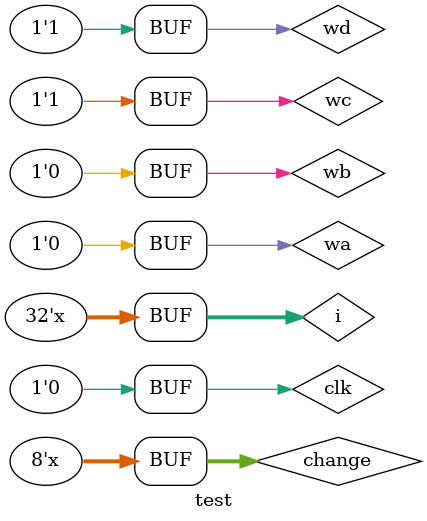
<source format=v>
`timescale 1ns/1ps

module test();


    reg[7:0] a,b,c,d;
    reg wa,wb,wc,wd;
    reg clk,rst;
    wire [7:0] change; 

    always @(posedge clk)begin
        if (wa) begin
            a<=change;
        end
        if (wb) begin
            b<=a&{8{wa}};
        end
         if (wc) begin
             c<=b&{8{wb}};
        end
         if (wd) begin
            d<=c&{8{wc}};
        end
    end
    integer i;
    
    initial begin
        i = 0;
        wa = 1;
        wb = 1;
        wc = 1;
        wd = 1;
        #200;
        wa = 0;
        wb = 0;

    end


    assign change = i;
    always begin
        i = i+1;
        #11;
        

    end

    always begin
        clk = 1;
        #10;
        clk = 0;
        #10;
    end



endmodule
</source>
